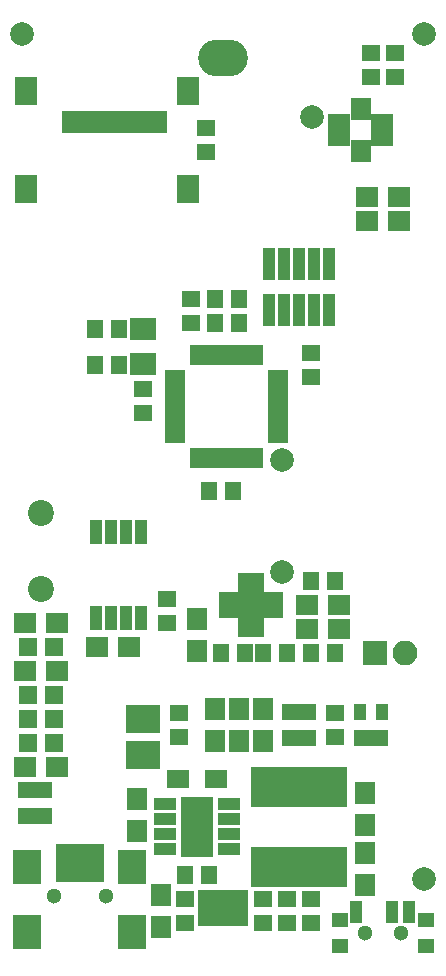
<source format=gts>
G04 #@! TF.FileFunction,Soldermask,Top*
%FSLAX46Y46*%
G04 Gerber Fmt 4.6, Leading zero omitted, Abs format (unit mm)*
G04 Created by KiCad (PCBNEW 4.0.7-e2-6376~61~ubuntu18.04.1) date Fri Jan 24 00:19:11 2020*
%MOMM*%
%LPD*%
G01*
G04 APERTURE LIST*
%ADD10C,0.100000*%
%ADD11C,2.000000*%
%ADD12R,1.900000X0.700000*%
%ADD13R,0.700000X1.900000*%
%ADD14R,1.200000X1.200000*%
%ADD15R,0.900000X3.200000*%
%ADD16R,2.400000X2.900000*%
%ADD17C,1.300000*%
%ADD18R,1.900000X1.500000*%
%ADD19R,1.950000X1.000000*%
%ADD20R,1.575000X1.575000*%
%ADD21R,2.200000X1.900000*%
%ADD22R,8.100000X3.400000*%
%ADD23R,1.400000X1.650000*%
%ADD24R,1.650000X1.400000*%
%ADD25R,2.900000X2.350000*%
%ADD26R,1.600000X1.600000*%
%ADD27R,1.140000X2.800000*%
%ADD28R,1.900000X1.700000*%
%ADD29R,1.700000X1.900000*%
%ADD30R,1.050000X1.460000*%
%ADD31R,1.100000X1.900000*%
%ADD32R,1.400000X1.200000*%
%ADD33R,1.700000X0.650000*%
%ADD34R,0.650000X1.700000*%
%ADD35R,4.200000X3.100000*%
%ADD36O,4.200000X3.100000*%
%ADD37R,1.200000X1.900000*%
%ADD38R,1.850000X2.400000*%
%ADD39R,2.100000X2.100000*%
%ADD40O,2.100000X2.100000*%
%ADD41R,1.050000X2.100000*%
%ADD42C,2.200000*%
G04 APERTURE END LIST*
D10*
D11*
X24000000Y-47500000D03*
X24000000Y-38000000D03*
X26500000Y-9000000D03*
X36000000Y-73500000D03*
X2000000Y-2000000D03*
D12*
X19536000Y-49542000D03*
X19536000Y-50042000D03*
X19536000Y-50542000D03*
X19536000Y-51042000D03*
D13*
X20586000Y-52092000D03*
X21086000Y-52092000D03*
X21586000Y-52092000D03*
X22086000Y-52092000D03*
D12*
X23136000Y-51042000D03*
X23136000Y-50542000D03*
X23136000Y-50042000D03*
X23136000Y-49542000D03*
D13*
X22086000Y-48492000D03*
X21586000Y-48492000D03*
X21086000Y-48492000D03*
X20586000Y-48492000D03*
D14*
X21736000Y-50692000D03*
X21736000Y-49892000D03*
X20936000Y-50692000D03*
X20936000Y-49892000D03*
D15*
X5258000Y-72134000D03*
X6058000Y-72134000D03*
X6858000Y-72134000D03*
X7658000Y-72134000D03*
X8458000Y-72134000D03*
D16*
X2408000Y-72484000D03*
X2408000Y-77984000D03*
X11308000Y-72484000D03*
X11308000Y-77984000D03*
D17*
X4658000Y-74984000D03*
X9058000Y-74984000D03*
D18*
X15164000Y-65024000D03*
X18364000Y-65024000D03*
D12*
X32437000Y-9087000D03*
X32437000Y-9587000D03*
X32437000Y-10087000D03*
X32437000Y-10587000D03*
X32437000Y-11087000D03*
D13*
X31137000Y-11887000D03*
X30637000Y-11887000D03*
X30137000Y-11887000D03*
D12*
X28837000Y-11087000D03*
X28837000Y-10587000D03*
X28837000Y-10087000D03*
X28837000Y-9587000D03*
X28837000Y-9087000D03*
D13*
X30137000Y-8287000D03*
X30637000Y-8287000D03*
X31137000Y-8287000D03*
D19*
X14064000Y-67183000D03*
X14064000Y-68453000D03*
X14064000Y-69723000D03*
X14064000Y-70993000D03*
X19464000Y-70993000D03*
X19464000Y-69723000D03*
X19464000Y-68453000D03*
X19464000Y-67183000D03*
D20*
X17351500Y-69675500D03*
X17351500Y-68500500D03*
X16176500Y-69675500D03*
X16176500Y-68500500D03*
X16176500Y-70850500D03*
X17351500Y-70850500D03*
X17351500Y-67325500D03*
X16176500Y-67325500D03*
D21*
X12192000Y-29948000D03*
X12192000Y-26948000D03*
D22*
X25400000Y-65688000D03*
X25400000Y-72488000D03*
D23*
X18304000Y-24384000D03*
X20304000Y-24384000D03*
X18304000Y-26416000D03*
X20304000Y-26416000D03*
D24*
X12192000Y-34020000D03*
X12192000Y-32020000D03*
D23*
X17796000Y-40640000D03*
X19796000Y-40640000D03*
D24*
X26416000Y-28972000D03*
X26416000Y-30972000D03*
X16256000Y-26400000D03*
X16256000Y-24400000D03*
D23*
X10144000Y-26924000D03*
X8144000Y-26924000D03*
X10144000Y-29972000D03*
X8144000Y-29972000D03*
D24*
X15748000Y-77200000D03*
X15748000Y-75200000D03*
D23*
X22368000Y-54356000D03*
X24368000Y-54356000D03*
X20812000Y-54356000D03*
X18812000Y-54356000D03*
X28432000Y-54356000D03*
X26432000Y-54356000D03*
X17764000Y-73152000D03*
X15764000Y-73152000D03*
D24*
X31496000Y-5572000D03*
X31496000Y-3572000D03*
D23*
X28432000Y-48260000D03*
X26432000Y-48260000D03*
D24*
X33528000Y-5572000D03*
X33528000Y-3572000D03*
X26416000Y-75200000D03*
X26416000Y-77200000D03*
X15240000Y-61452000D03*
X15240000Y-59452000D03*
X24384000Y-75200000D03*
X24384000Y-77200000D03*
D25*
X12192000Y-62993000D03*
X12192000Y-59943000D03*
D24*
X22352000Y-75200000D03*
X22352000Y-77200000D03*
X17526000Y-11922000D03*
X17526000Y-9922000D03*
X14224000Y-49800000D03*
X14224000Y-51800000D03*
X28448000Y-59452000D03*
X28448000Y-61452000D03*
D26*
X2456000Y-53848000D03*
X4656000Y-53848000D03*
X2456000Y-59944000D03*
X4656000Y-59944000D03*
X2456000Y-61976000D03*
X4656000Y-61976000D03*
X2456000Y-57912000D03*
X4656000Y-57912000D03*
D27*
X22860000Y-25318000D03*
X22860000Y-21418000D03*
X24130000Y-25318000D03*
X24130000Y-21418000D03*
X25400000Y-25318000D03*
X25400000Y-21418000D03*
X26670000Y-25318000D03*
X26670000Y-21418000D03*
X27940000Y-25318000D03*
X27940000Y-21418000D03*
D28*
X26082000Y-52324000D03*
X28782000Y-52324000D03*
X26082000Y-50292000D03*
X28782000Y-50292000D03*
X2206000Y-51816000D03*
X4906000Y-51816000D03*
D29*
X13716000Y-77550000D03*
X13716000Y-74850000D03*
D28*
X33862000Y-15748000D03*
X31162000Y-15748000D03*
X33862000Y-17780000D03*
X31162000Y-17780000D03*
X2206000Y-64008000D03*
X4906000Y-64008000D03*
D29*
X11684000Y-69422000D03*
X11684000Y-66722000D03*
X30988000Y-73994000D03*
X30988000Y-71294000D03*
X30988000Y-68914000D03*
X30988000Y-66214000D03*
D28*
X11002000Y-53848000D03*
X8302000Y-53848000D03*
X4906000Y-55880000D03*
X2206000Y-55880000D03*
D29*
X18288000Y-61802000D03*
X18288000Y-59102000D03*
X20320000Y-61802000D03*
X20320000Y-59102000D03*
X22352000Y-61802000D03*
X22352000Y-59102000D03*
D30*
X30546000Y-61552000D03*
X31496000Y-61552000D03*
X32446000Y-61552000D03*
X32446000Y-59352000D03*
X30546000Y-59352000D03*
X2098000Y-68156000D03*
X3048000Y-68156000D03*
X3998000Y-68156000D03*
X3998000Y-65956000D03*
X2098000Y-65956000D03*
X3048000Y-65956000D03*
D17*
X31012000Y-78054000D03*
X34012000Y-78054000D03*
D31*
X30262000Y-76294000D03*
X33262000Y-76294000D03*
X34762000Y-76294000D03*
D32*
X28862000Y-79154000D03*
X36162000Y-79154000D03*
X36162000Y-76944000D03*
X28862000Y-76944000D03*
D33*
X14954000Y-30778000D03*
X14954000Y-31278000D03*
X14954000Y-31778000D03*
X14954000Y-32278000D03*
X14954000Y-32778000D03*
X14954000Y-33278000D03*
X14954000Y-33778000D03*
X14954000Y-34278000D03*
X14954000Y-34778000D03*
X14954000Y-35278000D03*
X14954000Y-35778000D03*
X14954000Y-36278000D03*
D34*
X16554000Y-37878000D03*
X17054000Y-37878000D03*
X17554000Y-37878000D03*
X18054000Y-37878000D03*
X18554000Y-37878000D03*
X19054000Y-37878000D03*
X19554000Y-37878000D03*
X20054000Y-37878000D03*
X20554000Y-37878000D03*
X21054000Y-37878000D03*
X21554000Y-37878000D03*
X22054000Y-37878000D03*
D33*
X23654000Y-36278000D03*
X23654000Y-35778000D03*
X23654000Y-35278000D03*
X23654000Y-34778000D03*
X23654000Y-34278000D03*
X23654000Y-33778000D03*
X23654000Y-33278000D03*
X23654000Y-32778000D03*
X23654000Y-32278000D03*
X23654000Y-31778000D03*
X23654000Y-31278000D03*
X23654000Y-30778000D03*
D34*
X22054000Y-29178000D03*
X21554000Y-29178000D03*
X21054000Y-29178000D03*
X20554000Y-29178000D03*
X20054000Y-29178000D03*
X19554000Y-29178000D03*
X19054000Y-29178000D03*
X18554000Y-29178000D03*
X18054000Y-29178000D03*
X17554000Y-29178000D03*
X17054000Y-29178000D03*
X16554000Y-29178000D03*
D29*
X16764000Y-51482000D03*
X16764000Y-54182000D03*
D35*
X19000000Y-76000000D03*
D36*
X19000000Y-4000000D03*
D37*
X5944000Y-9410000D03*
X7044000Y-9410000D03*
X8144000Y-9410000D03*
X9244000Y-9410000D03*
X10344000Y-9410000D03*
X11444000Y-9410000D03*
X12544000Y-9410000D03*
X13644000Y-9410000D03*
D38*
X2269000Y-6810000D03*
X2269000Y-15110000D03*
X16019000Y-6810000D03*
X16019000Y-15110000D03*
D30*
X24450000Y-61552000D03*
X25400000Y-61552000D03*
X26350000Y-61552000D03*
X26350000Y-59352000D03*
X24450000Y-59352000D03*
X25400000Y-59352000D03*
D39*
X31877000Y-54356000D03*
D40*
X34417000Y-54356000D03*
D41*
X8255000Y-51402000D03*
X9525000Y-51402000D03*
X10795000Y-51402000D03*
X12065000Y-51402000D03*
X12065000Y-44102000D03*
X10795000Y-44102000D03*
X9525000Y-44102000D03*
X8255000Y-44102000D03*
D11*
X36000000Y-2000000D03*
D42*
X3556000Y-48920000D03*
X3556000Y-42520000D03*
M02*

</source>
